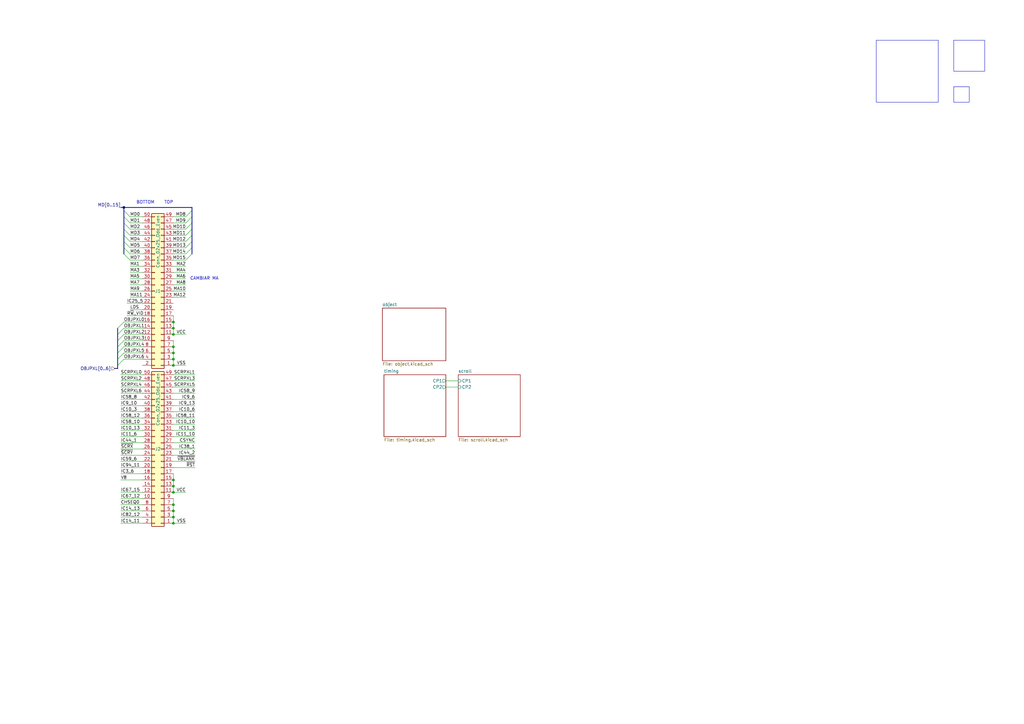
<source format=kicad_sch>
(kicad_sch (version 20231120) (generator "eeschema") (generator_version "8.0")
  (paper "A3")
  (title_block (title "Bottom board") (company "JOTEGO"))
  (lib_symbols
    (symbol "Connector_Generic:Conn_02x25_Odd_Even" (pin_names (offset 1.016) hide)
      (property "Reference" "J" (at 1.27 33.02 0))
      (property "Value" "Conn_02x25_Odd_Even" (at 1.27 -33.02 0))
      (symbol "Conn_02x25_Odd_Even_1_1"
        (rectangle (start -1.27 -30.353) (end 0 -30.607) (stroke (width 0.1524)))
        (rectangle (start -1.27 -27.813) (end 0 -28.067) (stroke (width 0.1524)))
        (rectangle (start -1.27 -25.273) (end 0 -25.527) (stroke (width 0.1524)))
        (rectangle (start -1.27 -22.733) (end 0 -22.987) (stroke (width 0.1524)))
        (rectangle (start -1.27 -20.193) (end 0 -20.447) (stroke (width 0.1524)))
        (rectangle (start -1.27 -17.653) (end 0 -17.907) (stroke (width 0.1524)))
        (rectangle (start -1.27 -15.113) (end 0 -15.367) (stroke (width 0.1524)))
        (rectangle (start -1.27 -12.573) (end 0 -12.827) (stroke (width 0.1524)))
        (rectangle (start -1.27 -10.033) (end 0 -10.287) (stroke (width 0.1524)))
        (rectangle (start -1.27 -7.493) (end 0 -7.747) (stroke (width 0.1524)))
        (rectangle (start -1.27 -4.953) (end 0 -5.207) (stroke (width 0.1524)))
        (rectangle (start -1.27 -2.413) (end 0 -2.667) (stroke (width 0.1524)))
        (rectangle (start -1.27 0.127) (end 0 -0.127) (stroke (width 0.1524)))
        (rectangle (start -1.27 2.667) (end 0 2.413) (stroke (width 0.1524)))
        (rectangle (start -1.27 5.207) (end 0 4.953) (stroke (width 0.1524)))
        (rectangle (start -1.27 7.747) (end 0 7.493) (stroke (width 0.1524)))
        (rectangle (start -1.27 10.287) (end 0 10.033) (stroke (width 0.1524)))
        (rectangle (start -1.27 12.827) (end 0 12.573) (stroke (width 0.1524)))
        (rectangle (start -1.27 15.367) (end 0 15.113) (stroke (width 0.1524)))
        (rectangle (start -1.27 17.907) (end 0 17.653) (stroke (width 0.1524)))
        (rectangle (start -1.27 20.447) (end 0 20.193) (stroke (width 0.1524)))
        (rectangle (start -1.27 22.987) (end 0 22.733) (stroke (width 0.1524)))
        (rectangle (start -1.27 25.527) (end 0 25.273) (stroke (width 0.1524)))
        (rectangle (start -1.27 28.067) (end 0 27.813) (stroke (width 0.1524)))
        (rectangle (start -1.27 30.607) (end 0 30.353) (stroke (width 0.1524)))
        (rectangle (start -1.27 31.75) (end 3.81 -31.75) (stroke (width 0.254)) (fill (type background)))
        (rectangle (start 3.81 -30.353) (end 2.54 -30.607) (stroke (width 0.1524)))
        (rectangle (start 3.81 -27.813) (end 2.54 -28.067) (stroke (width 0.1524)))
        (rectangle (start 3.81 -25.273) (end 2.54 -25.527) (stroke (width 0.1524)))
        (rectangle (start 3.81 -22.733) (end 2.54 -22.987) (stroke (width 0.1524)))
        (rectangle (start 3.81 -20.193) (end 2.54 -20.447) (stroke (width 0.1524)))
        (rectangle (start 3.81 -17.653) (end 2.54 -17.907) (stroke (width 0.1524)))
        (rectangle (start 3.81 -15.113) (end 2.54 -15.367) (stroke (width 0.1524)))
        (rectangle (start 3.81 -12.573) (end 2.54 -12.827) (stroke (width 0.1524)))
        (rectangle (start 3.81 -10.033) (end 2.54 -10.287) (stroke (width 0.1524)))
        (rectangle (start 3.81 -7.493) (end 2.54 -7.747) (stroke (width 0.1524)))
        (rectangle (start 3.81 -4.953) (end 2.54 -5.207) (stroke (width 0.1524)))
        (rectangle (start 3.81 -2.413) (end 2.54 -2.667) (stroke (width 0.1524)))
        (rectangle (start 3.81 0.127) (end 2.54 -0.127) (stroke (width 0.1524)))
        (rectangle (start 3.81 2.667) (end 2.54 2.413) (stroke (width 0.1524)))
        (rectangle (start 3.81 5.207) (end 2.54 4.953) (stroke (width 0.1524)))
        (rectangle (start 3.81 7.747) (end 2.54 7.493) (stroke (width 0.1524)))
        (rectangle (start 3.81 10.287) (end 2.54 10.033) (stroke (width 0.1524)))
        (rectangle (start 3.81 12.827) (end 2.54 12.573) (stroke (width 0.1524)))
        (rectangle (start 3.81 15.367) (end 2.54 15.113) (stroke (width 0.1524)))
        (rectangle (start 3.81 17.907) (end 2.54 17.653) (stroke (width 0.1524)))
        (rectangle (start 3.81 20.447) (end 2.54 20.193) (stroke (width 0.1524)))
        (rectangle (start 3.81 22.987) (end 2.54 22.733) (stroke (width 0.1524)))
        (rectangle (start 3.81 25.527) (end 2.54 25.273) (stroke (width 0.1524)))
        (rectangle (start 3.81 28.067) (end 2.54 27.813) (stroke (width 0.1524)))
        (rectangle (start 3.81 30.607) (end 2.54 30.353) (stroke (width 0.1524)))
        (pin passive line (at -5.08 30.48 0) (length 3.81) (name "Pin_1") (number "1"))
        (pin passive line (at 7.62 20.32 180) (length 3.81) (name "Pin_10") (number "10"))
        (pin passive line (at -5.08 17.78 0) (length 3.81) (name "Pin_11") (number "11"))
        (pin passive line (at 7.62 17.78 180) (length 3.81) (name "Pin_12") (number "12"))
        (pin passive line (at -5.08 15.24 0) (length 3.81) (name "Pin_13") (number "13"))
        (pin passive line (at 7.62 15.24 180) (length 3.81) (name "Pin_14") (number "14"))
        (pin passive line (at -5.08 12.7 0) (length 3.81) (name "Pin_15") (number "15"))
        (pin passive line (at 7.62 12.7 180) (length 3.81) (name "Pin_16") (number "16"))
        (pin passive line (at -5.08 10.16 0) (length 3.81) (name "Pin_17") (number "17"))
        (pin passive line (at 7.62 10.16 180) (length 3.81) (name "Pin_18") (number "18"))
        (pin passive line (at -5.08 7.62 0) (length 3.81) (name "Pin_19") (number "19"))
        (pin passive line (at 7.62 30.48 180) (length 3.81) (name "Pin_2") (number "2"))
        (pin passive line (at 7.62 7.62 180) (length 3.81) (name "Pin_20") (number "20"))
        (pin passive line (at -5.08 5.08 0) (length 3.81) (name "Pin_21") (number "21"))
        (pin passive line (at 7.62 5.08 180) (length 3.81) (name "Pin_22") (number "22"))
        (pin passive line (at -5.08 2.54 0) (length 3.81) (name "Pin_23") (number "23"))
        (pin passive line (at 7.62 2.54 180) (length 3.81) (name "Pin_24") (number "24"))
        (pin passive line (at -5.08 0 0) (length 3.81) (name "Pin_25") (number "25"))
        (pin passive line (at 7.62 0 180) (length 3.81) (name "Pin_26") (number "26"))
        (pin passive line (at -5.08 -2.54 0) (length 3.81) (name "Pin_27") (number "27"))
        (pin passive line (at 7.62 -2.54 180) (length 3.81) (name "Pin_28") (number "28"))
        (pin passive line (at -5.08 -5.08 0) (length 3.81) (name "Pin_29") (number "29"))
        (pin passive line (at -5.08 27.94 0) (length 3.81) (name "Pin_3") (number "3"))
        (pin passive line (at 7.62 -5.08 180) (length 3.81) (name "Pin_30") (number "30"))
        (pin passive line (at -5.08 -7.62 0) (length 3.81) (name "Pin_31") (number "31"))
        (pin passive line (at 7.62 -7.62 180) (length 3.81) (name "Pin_32") (number "32"))
        (pin passive line (at -5.08 -10.16 0) (length 3.81) (name "Pin_33") (number "33"))
        (pin passive line (at 7.62 -10.16 180) (length 3.81) (name "Pin_34") (number "34"))
        (pin passive line (at -5.08 -12.7 0) (length 3.81) (name "Pin_35") (number "35"))
        (pin passive line (at 7.62 -12.7 180) (length 3.81) (name "Pin_36") (number "36"))
        (pin passive line (at -5.08 -15.24 0) (length 3.81) (name "Pin_37") (number "37"))
        (pin passive line (at 7.62 -15.24 180) (length 3.81) (name "Pin_38") (number "38"))
        (pin passive line (at -5.08 -17.78 0) (length 3.81) (name "Pin_39") (number "39"))
        (pin passive line (at 7.62 27.94 180) (length 3.81) (name "Pin_4") (number "4"))
        (pin passive line (at 7.62 -17.78 180) (length 3.81) (name "Pin_40") (number "40"))
        (pin passive line (at -5.08 -20.32 0) (length 3.81) (name "Pin_41") (number "41"))
        (pin passive line (at 7.62 -20.32 180) (length 3.81) (name "Pin_42") (number "42"))
        (pin passive line (at -5.08 -22.86 0) (length 3.81) (name "Pin_43") (number "43"))
        (pin passive line (at 7.62 -22.86 180) (length 3.81) (name "Pin_44") (number "44"))
        (pin passive line (at -5.08 -25.4 0) (length 3.81) (name "Pin_45") (number "45"))
        (pin passive line (at 7.62 -25.4 180) (length 3.81) (name "Pin_46") (number "46"))
        (pin passive line (at -5.08 -27.94 0) (length 3.81) (name "Pin_47") (number "47"))
        (pin passive line (at 7.62 -27.94 180) (length 3.81) (name "Pin_48") (number "48"))
        (pin passive line (at -5.08 -30.48 0) (length 3.81) (name "Pin_49") (number "49"))
        (pin passive line (at -5.08 25.4 0) (length 3.81) (name "Pin_5") (number "5"))
        (pin passive line (at 7.62 -30.48 180) (length 3.81) (name "Pin_50") (number "50"))
        (pin passive line (at 7.62 25.4 180) (length 3.81) (name "Pin_6") (number "6"))
        (pin passive line (at -5.08 22.86 0) (length 3.81) (name "Pin_7") (number "7"))
        (pin passive line (at 7.62 22.86 180) (length 3.81) (name "Pin_8") (number "8"))
        (pin passive line (at -5.08 20.32 0) (length 3.81) (name "Pin_9") (number "9"))
      )
    )
  )
  (junction (at 71.12 207.01))
  (junction (at 71.12 134.62))
  (junction (at 71.12 142.24))
  (junction (at 71.12 149.86))
  (junction (at 50.8 85.09))
  (junction (at 71.12 137.16))
  (junction (at 71.12 201.93))
  (junction (at 71.12 147.32))
  (junction (at 71.12 199.39))
  (junction (at 71.12 144.78))
  (junction (at 71.12 209.55))
  (junction (at 71.12 214.63))
  (junction (at 71.12 212.09))
  (junction (at 71.12 132.08))
  (junction (at 71.12 196.85))
  (bus_entry (at 50.8 134.62) (size -2.54 2.54))
  (bus_entry (at 78.74 104.14) (size -2.54 2.54))
  (bus_entry (at 50.8 139.7) (size -2.54 2.54))
  (bus_entry (at 50.8 104.14) (size 2.54 2.54))
  (bus_entry (at 50.8 137.16) (size -2.54 2.54))
  (bus_entry (at 50.8 91.44) (size 2.54 2.54))
  (bus_entry (at 50.8 101.6) (size 2.54 2.54))
  (bus_entry (at 78.74 88.9) (size -2.54 2.54))
  (bus_entry (at 50.8 96.52) (size 2.54 2.54))
  (bus_entry (at 50.8 147.32) (size -2.54 2.54))
  (bus_entry (at 50.8 88.9) (size 2.54 2.54))
  (bus_entry (at 78.74 91.44) (size -2.54 2.54))
  (bus_entry (at 78.74 93.98) (size -2.54 2.54))
  (bus_entry (at 50.8 132.08) (size -2.54 2.54))
  (bus_entry (at 50.8 99.06) (size 2.54 2.54))
  (bus_entry (at 78.74 86.36) (size -2.54 2.54))
  (bus_entry (at 50.8 86.36) (size 2.54 2.54))
  (bus_entry (at 50.8 144.78) (size -2.54 2.54))
  (bus_entry (at 50.8 142.24) (size -2.54 2.54))
  (bus_entry (at 78.74 99.06) (size -2.54 2.54))
  (bus_entry (at 78.74 96.52) (size -2.54 2.54))
  (bus_entry (at 50.8 93.98) (size 2.54 2.54))
  (bus_entry (at 78.74 101.6) (size -2.54 2.54))
  (wire (pts (xy 71.12 134.62) (xy 71.12 137.16)))
  (wire (pts (xy 80.01 161.29) (xy 71.12 161.29)))
  (wire (pts (xy 49.53 173.99) (xy 58.42 173.99)))
  (wire (pts (xy 49.53 207.01) (xy 58.42 207.01)))
  (bus (pts (xy 50.8 93.98) (xy 50.8 96.52)))
  (bus (pts (xy 50.8 99.06) (xy 50.8 101.6)))
  (wire (pts (xy 52.07 124.46) (xy 58.42 124.46)))
  (wire (pts (xy 80.01 189.23) (xy 71.12 189.23)))
  (bus (pts (xy 78.74 86.36) (xy 78.74 85.09)))
  (wire (pts (xy 58.42 121.92) (xy 53.34 121.92)))
  (wire (pts (xy 49.53 181.61) (xy 58.42 181.61)))
  (wire (pts (xy 53.34 114.3) (xy 58.42 114.3)))
  (wire (pts (xy 49.53 156.21) (xy 58.42 156.21)))
  (wire (pts (xy 58.42 101.6) (xy 53.34 101.6)))
  (wire (pts (xy 71.12 209.55) (xy 71.12 212.09)))
  (wire (pts (xy 71.12 93.98) (xy 76.2 93.98)))
  (bus (pts (xy 48.26 149.86) (xy 48.26 151.13)))
  (wire (pts (xy 80.01 184.15) (xy 71.12 184.15)))
  (wire (pts (xy 50.8 134.62) (xy 58.42 134.62)))
  (wire (pts (xy 58.42 106.68) (xy 53.34 106.68)))
  (bus (pts (xy 78.74 96.52) (xy 78.74 99.06)))
  (wire (pts (xy 71.12 129.54) (xy 71.12 132.08)))
  (wire (pts (xy 49.53 189.23) (xy 58.42 189.23)))
  (wire (pts (xy 71.12 204.47) (xy 71.12 207.01)))
  (wire (pts (xy 71.12 149.86) (xy 76.2 149.86)))
  (wire (pts (xy 50.8 147.32) (xy 58.42 147.32)))
  (bus (pts (xy 50.8 85.09) (xy 78.74 85.09)))
  (bus (pts (xy 78.74 99.06) (xy 78.74 101.6)))
  (wire (pts (xy 49.53 161.29) (xy 58.42 161.29)))
  (bus (pts (xy 78.74 91.44) (xy 78.74 93.98)))
  (wire (pts (xy 52.07 129.54) (xy 58.42 129.54)))
  (bus (pts (xy 49.53 85.09) (xy 50.8 85.09)))
  (wire (pts (xy 49.53 212.09) (xy 58.42 212.09)))
  (wire (pts (xy 71.12 132.08) (xy 71.12 134.62)))
  (wire (pts (xy 49.53 166.37) (xy 58.42 166.37)))
  (wire (pts (xy 80.01 168.91) (xy 71.12 168.91)))
  (wire (pts (xy 49.53 158.75) (xy 58.42 158.75)))
  (wire (pts (xy 71.12 207.01) (xy 71.12 209.55)))
  (wire (pts (xy 80.01 186.69) (xy 71.12 186.69)))
  (bus (pts (xy 48.26 137.16) (xy 48.26 139.7)))
  (wire (pts (xy 53.34 127) (xy 58.42 127)))
  (wire (pts (xy 71.12 212.09) (xy 71.12 214.63)))
  (wire (pts (xy 71.12 147.32) (xy 71.12 149.86)))
  (wire (pts (xy 71.12 96.52) (xy 76.2 96.52)))
  (wire (pts (xy 80.01 173.99) (xy 71.12 173.99)))
  (wire (pts (xy 53.34 109.22) (xy 58.42 109.22)))
  (wire (pts (xy 80.01 181.61) (xy 71.12 181.61)))
  (bus (pts (xy 50.8 85.09) (xy 50.8 86.36)))
  (bus (pts (xy 78.74 88.9) (xy 78.74 91.44)))
  (wire (pts (xy 53.34 111.76) (xy 58.42 111.76)))
  (wire (pts (xy 71.12 137.16) (xy 76.2 137.16)))
  (wire (pts (xy 50.8 139.7) (xy 58.42 139.7)))
  (wire (pts (xy 71.12 109.22) (xy 76.2 109.22)))
  (wire (pts (xy 71.12 144.78) (xy 71.12 147.32)))
  (bus (pts (xy 50.8 86.36) (xy 50.8 88.9)))
  (wire (pts (xy 49.53 209.55) (xy 58.42 209.55)))
  (wire (pts (xy 49.53 163.83) (xy 58.42 163.83)))
  (wire (pts (xy 58.42 99.06) (xy 53.34 99.06)))
  (wire (pts (xy 49.53 179.07) (xy 58.42 179.07)))
  (wire (pts (xy 71.12 104.14) (xy 76.2 104.14)))
  (wire (pts (xy 49.53 168.91) (xy 58.42 168.91)))
  (wire (pts (xy 80.01 166.37) (xy 71.12 166.37)))
  (wire (pts (xy 80.01 176.53) (xy 71.12 176.53)))
  (wire (pts (xy 71.12 214.63) (xy 76.2 214.63)))
  (wire (pts (xy 49.53 184.15) (xy 58.42 184.15)))
  (wire (pts (xy 50.8 144.78) (xy 58.42 144.78)))
  (wire (pts (xy 50.8 137.16) (xy 58.42 137.16)))
  (wire (pts (xy 49.53 153.67) (xy 58.42 153.67)))
  (wire (pts (xy 71.12 142.24) (xy 71.12 144.78)))
  (wire (pts (xy 71.12 201.93) (xy 76.2 201.93)))
  (bus (pts (xy 78.74 93.98) (xy 78.74 96.52)))
  (wire (pts (xy 71.12 194.31) (xy 71.12 196.85)))
  (bus (pts (xy 50.8 101.6) (xy 50.8 104.14)))
  (wire (pts (xy 49.53 196.85) (xy 58.42 196.85)))
  (bus (pts (xy 48.26 144.78) (xy 48.26 147.32)))
  (wire (pts (xy 53.34 116.84) (xy 58.42 116.84)))
  (wire (pts (xy 49.53 171.45) (xy 58.42 171.45)))
  (bus (pts (xy 50.8 88.9) (xy 50.8 91.44)))
  (wire (pts (xy 71.12 199.39) (xy 71.12 201.93)))
  (bus (pts (xy 78.74 86.36) (xy 78.74 88.9)))
  (wire (pts (xy 71.12 91.44) (xy 76.2 91.44)))
  (wire (pts (xy 50.8 142.24) (xy 58.42 142.24)))
  (bus (pts (xy 48.26 139.7) (xy 48.26 142.24)))
  (bus (pts (xy 50.8 91.44) (xy 50.8 93.98)))
  (bus (pts (xy 46.99 151.13) (xy 48.26 151.13)))
  (wire (pts (xy 80.01 156.21) (xy 71.12 156.21)))
  (wire (pts (xy 71.12 99.06) (xy 76.2 99.06)))
  (wire (pts (xy 49.53 201.93) (xy 58.42 201.93)))
  (wire (pts (xy 49.53 191.77) (xy 58.42 191.77)))
  (wire (pts (xy 49.53 176.53) (xy 58.42 176.53)))
  (wire (pts (xy 80.01 179.07) (xy 71.12 179.07)))
  (wire (pts (xy 58.42 104.14) (xy 53.34 104.14)))
  (wire (pts (xy 71.12 88.9) (xy 76.2 88.9)))
  (wire (pts (xy 50.8 132.08) (xy 58.42 132.08)))
  (wire (pts (xy 71.12 139.7) (xy 71.12 142.24)))
  (wire (pts (xy 80.01 153.67) (xy 71.12 153.67)))
  (wire (pts (xy 71.12 111.76) (xy 76.2 111.76)))
  (wire (pts (xy 58.42 93.98) (xy 53.34 93.98)))
  (bus (pts (xy 50.8 96.52) (xy 50.8 99.06)))
  (wire (pts (xy 58.42 96.52) (xy 53.34 96.52)))
  (wire (pts (xy 80.01 163.83) (xy 71.12 163.83)))
  (wire (pts (xy 71.12 119.38) (xy 76.2 119.38)))
  (wire (pts (xy 49.53 194.31) (xy 58.42 194.31)))
  (wire (pts (xy 49.53 214.63) (xy 58.42 214.63)))
  (bus (pts (xy 78.74 101.6) (xy 78.74 104.14)))
  (wire (pts (xy 71.12 114.3) (xy 76.2 114.3)))
  (wire (pts (xy 71.12 196.85) (xy 71.12 199.39)))
  (wire (pts (xy 58.42 88.9) (xy 53.34 88.9)))
  (wire (pts (xy 71.12 116.84) (xy 76.2 116.84)))
  (wire (pts (xy 58.42 91.44) (xy 53.34 91.44)))
  (wire (pts (xy 49.53 204.47) (xy 58.42 204.47)))
  (bus (pts (xy 48.26 142.24) (xy 48.26 144.78)))
  (wire (pts (xy 182.88 156.21) (xy 187.96 156.21)))
  (bus (pts (xy 48.26 147.32) (xy 48.26 149.86)))
  (wire (pts (xy 182.88 158.75) (xy 187.96 158.75)))
  (wire (pts (xy 80.01 158.75) (xy 71.12 158.75)))
  (wire (pts (xy 71.12 121.92) (xy 76.2 121.92)))
  (wire (pts (xy 49.53 186.69) (xy 58.42 186.69)))
  (wire (pts (xy 71.12 101.6) (xy 76.2 101.6)))
  (wire (pts (xy 53.34 119.38) (xy 58.42 119.38)))
  (bus (pts (xy 48.26 134.62) (xy 48.26 137.16)))
  (wire (pts (xy 80.01 191.77) (xy 71.12 191.77)))
  (wire (pts (xy 71.12 106.68) (xy 76.2 106.68)))
  (wire (pts (xy 80.01 171.45) (xy 71.12 171.45)))
  (rectangle (start 391.16 16.51) (end 403.86 29.21))
  (rectangle (start 391.16 35.56) (end 397.51 41.91))
  (rectangle (start 359.41 16.51) (end 384.81 41.91))
  (text "BOTTOM" (at 55.88 83.82 0) (effects (font (size 1.27 1.27)) (justify left bottom)))
  (text "CAMBIAR MA\n" (at 83.82 114.3 0) (effects (font (size 1.27 1.27))))
  (text "TOP" (at 67.31 83.82 0) (effects (font (size 1.27 1.27)) (justify left bottom)))
  (label "IC10_13" (at 49.53 176.53 0))
  (label "V8" (at 49.53 196.85 0))
  (label "VSS" (at 76.2 214.63 180))
  (label "SCRPXL5" (at 80.01 158.75 180))
  (label "SCRPXL0" (at 49.53 153.67 0))
  (label "MA10" (at 76.2 119.38 180))
  (label "IC11_6" (at 49.53 179.07 0))
  (label "IC10_10" (at 80.01 173.99 180))
  (label "IC94_11" (at 49.53 191.77 0))
  (label "IC14_11" (at 49.53 214.63 0))
  (label "MA4" (at 76.2 111.76 180))
  (label "IC9_6" (at 80.01 163.83 180))
  (label "MD10" (at 76.2 93.98 180))
  (label "IC38_1" (at 80.01 184.15 180))
  (label "MD5" (at 53.34 101.6 0))
  (label "R~{W}_VID" (at 52.07 129.54 0))
  (label "VSS" (at 76.2 149.86 180))
  (label "IC58_9" (at 80.01 161.29 180))
  (label "IC58_11" (at 80.01 171.45 180))
  (label "IC82_12" (at 49.53 212.09 0))
  (label "~{RST}" (at 80.01 191.77 180))
  (label "IC67_12" (at 49.53 204.47 0))
  (label "MD2" (at 53.34 93.98 0))
  (label "OBJPXL4" (at 50.8 142.24 0))
  (label "VCC" (at 76.2 137.16 180))
  (label "MA9" (at 53.34 119.38 0))
  (label "~{SCRY}" (at 49.53 186.69 0))
  (label "IC14_13" (at 49.53 209.55 0))
  (label "SCRPXL3" (at 80.01 156.21 180))
  (label "MD3" (at 53.34 96.52 0))
  (label "MD6" (at 53.34 104.14 0))
  (label "SCRPXL4" (at 49.53 158.75 0))
  (label "IC3_6" (at 49.53 194.31 0))
  (label "IC59_6" (at 49.53 189.23 0))
  (label "OBJPXL2" (at 50.8 137.16 0))
  (label "IC44_1" (at 49.53 181.61 0))
  (label "IC44_2" (at 80.01 186.69 180))
  (label "MD8" (at 76.2 88.9 180))
  (label "MA3" (at 53.34 111.76 0))
  (label "CHSEQ0" (at 49.53 207.01 0))
  (label "MA6" (at 76.2 114.3 180))
  (label "MA8" (at 76.2 116.84 180))
  (label "OBJPXL0" (at 50.8 132.08 0))
  (label "~{~{VBLANK}}" (at 80.01 189.23 180))
  (label "IC9_13" (at 80.01 166.37 180))
  (label "IC58_10" (at 49.53 173.99 0))
  (label "IC9_10" (at 49.53 166.37 0))
  (label "IC10_3" (at 49.53 168.91 0))
  (label "VCC" (at 76.2 201.93 180))
  (label "OBJPXL5" (at 50.8 144.78 0))
  (label "SCRPXL6" (at 49.53 161.29 0))
  (label "MA5" (at 53.34 114.3 0))
  (label "IC58_8" (at 49.53 163.83 0))
  (label "MD0" (at 53.34 88.9 0))
  (label "IC25_5" (at 52.07 124.46 0))
  (label "MD1" (at 53.34 91.44 0))
  (label "MD15" (at 76.2 106.68 180))
  (label "IC67_15" (at 49.53 201.93 0))
  (label "OBJPXL6" (at 50.8 147.32 0))
  (label "SCRPXL2" (at 49.53 156.21 0))
  (label "MA1" (at 53.34 109.22 0))
  (label "MD7" (at 53.34 106.68 0))
  (label "~{SCRX}" (at 49.53 184.15 0))
  (label "IC58_12" (at 49.53 171.45 0))
  (label "IC11_3" (at 80.01 176.53 180))
  (label "CSYNC" (at 80.01 181.61 180))
  (label "MD14" (at 76.2 104.14 180))
  (label "MD11" (at 76.2 96.52 180))
  (label "MA2" (at 76.2 109.22 180))
  (label "MA12" (at 76.2 121.92 180))
  (label "IC10_6" (at 80.01 168.91 180))
  (label "MD12" (at 76.2 99.06 180))
  (label "IC11_10" (at 80.01 179.07 180))
  (label "MA7" (at 53.34 116.84 0))
  (label "MD13" (at 76.2 101.6 180))
  (label "MD9" (at 76.2 91.44 180))
  (label "LDS" (at 53.34 127 0))
  (label "SCRPXL1" (at 80.01 153.67 180))
  (label "OBJPXL3" (at 50.8 139.7 0))
  (label "MD[0..15]" (at 49.53 85.09 180))
  (label "MD4" (at 53.34 99.06 0))
  (label "OBJPXL1" (at 50.8 134.62 0))
  (label "MA11" (at 53.34 121.92 0))
  (hierarchical_label "OBJPXL[0..6]" (shape input) (at 46.99 151.13 180))
  (symbol (lib_id "Connector_Generic:Conn_02x25_Odd_Even") (at 66.04 119.38 180) (unit 1)
    (property "Reference" "J1" (at 64.77 119.38 0))
    (property "Value" "Conn_02x25_Odd_Even" (at 64.77 99.06 90))
    (property "Description" "Generic connector, double row, 02x25, odd/even pin numbering scheme (row 1 odd numbers, row 2 even numbers), script generated (kicad-library-utils/schlib/autogen/connector/)" (effects (hide yes)))
  )
  (symbol (lib_id "Connector_Generic:Conn_02x25_Odd_Even") (at 66.04 184.15 180) (unit 1)
    (property "Reference" "J2" (at 64.77 184.15 0))
    (property "Value" "Conn_02x25_Odd_Even" (at 64.77 163.83 90))
    (property "Description" "Generic connector, double row, 02x25, odd/even pin numbering scheme (row 1 odd numbers, row 2 even numbers), script generated (kicad-library-utils/schlib/autogen/connector/)" (effects (hide yes)))
  )
  (sheet (at 156.845 126.365) (size 26.035 21.59) (stroke (width 0.1524))
    (property "Sheetname" "object" (at 156.845 125.6534 0) (effects (justify left bottom)))
    (property "Sheetfile" "object.kicad_sch" (at 156.845 148.5396 0) (effects (justify left top)))
  )
  (sheet (at 157.48 153.67) (size 25.4 25.4) (stroke (width 0.1524))
    (property "Sheetname" "timing" (at 157.48 152.9584 0) (effects (justify left bottom)))
    (property "Sheetfile" "timing.kicad_sch" (at 157.48 179.6546 0) (effects (justify left top)))
    (pin "CP1" output (at 182.88 156.21 0))
    (pin "CP2" output (at 182.88 158.75 0))
  )
  (sheet (at 187.96 153.67) (size 25.4 25.4) (stroke (width 0.1524))
    (property "Sheetname" "scroll" (at 187.96 152.9584 0) (effects (justify left bottom)))
    (property "Sheetfile" "scroll.kicad_sch" (at 187.96 179.6546 0) (effects (justify left top)))
    (pin "CP1" input (at 187.96 156.21 180))
    (pin "CP2" input (at 187.96 158.75 180))
  )
)
</source>
